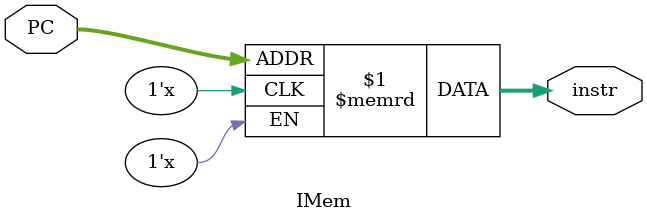
<source format=v>
module IMem (
	input  wire [31:0] PC,
	output wire [31:0] instr
);

integer i;
reg [31:0] IMEM [0:63];

assign instr = IMEM[PC];


endmodule
</source>
